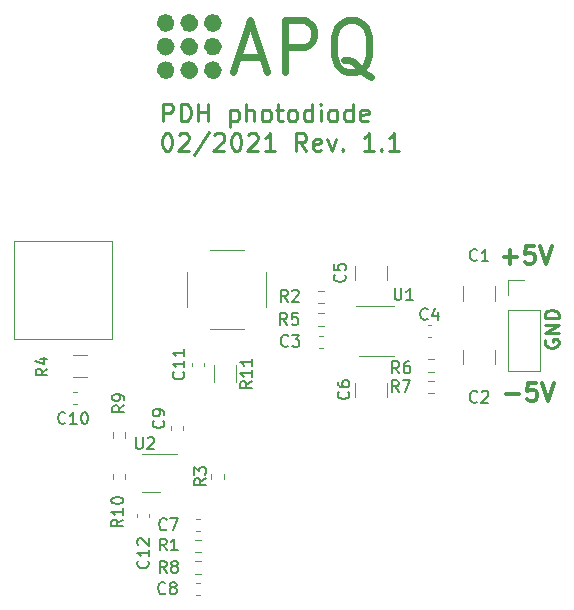
<source format=gbr>
G04 #@! TF.GenerationSoftware,KiCad,Pcbnew,(5.1.9)-1*
G04 #@! TF.CreationDate,2021-08-22T23:17:26+02:00*
G04 #@! TF.ProjectId,PDH_photodiode,5044485f-7068-46f7-946f-64696f64652e,1.1*
G04 #@! TF.SameCoordinates,Original*
G04 #@! TF.FileFunction,Legend,Top*
G04 #@! TF.FilePolarity,Positive*
%FSLAX45Y45*%
G04 Gerber Fmt 4.5, Leading zero omitted, Abs format (unit mm)*
G04 Created by KiCad (PCBNEW (5.1.9)-1) date 2021-08-22 23:17:26*
%MOMM*%
%LPD*%
G01*
G04 APERTURE LIST*
%ADD10C,0.250000*%
%ADD11C,0.300000*%
%ADD12C,0.120000*%
%ADD13C,1.000000*%
%ADD14C,0.150000*%
%ADD15C,0.600000*%
G04 APERTURE END LIST*
D10*
X15305000Y-6796428D02*
X15299286Y-6807857D01*
X15299286Y-6825000D01*
X15305000Y-6842143D01*
X15316428Y-6853571D01*
X15327857Y-6859286D01*
X15350714Y-6865000D01*
X15367857Y-6865000D01*
X15390714Y-6859286D01*
X15402143Y-6853571D01*
X15413571Y-6842143D01*
X15419286Y-6825000D01*
X15419286Y-6813571D01*
X15413571Y-6796428D01*
X15407857Y-6790714D01*
X15367857Y-6790714D01*
X15367857Y-6813571D01*
X15419286Y-6739286D02*
X15299286Y-6739286D01*
X15419286Y-6670714D01*
X15299286Y-6670714D01*
X15419286Y-6613571D02*
X15299286Y-6613571D01*
X15299286Y-6585000D01*
X15305000Y-6567857D01*
X15316428Y-6556428D01*
X15327857Y-6550714D01*
X15350714Y-6545000D01*
X15367857Y-6545000D01*
X15390714Y-6550714D01*
X15402143Y-6556428D01*
X15413571Y-6567857D01*
X15419286Y-6585000D01*
X15419286Y-6613571D01*
D11*
X14972143Y-7255714D02*
X15086428Y-7255714D01*
X15229286Y-7162857D02*
X15157857Y-7162857D01*
X15150714Y-7234286D01*
X15157857Y-7227143D01*
X15172143Y-7220000D01*
X15207857Y-7220000D01*
X15222143Y-7227143D01*
X15229286Y-7234286D01*
X15236428Y-7248571D01*
X15236428Y-7284286D01*
X15229286Y-7298571D01*
X15222143Y-7305714D01*
X15207857Y-7312857D01*
X15172143Y-7312857D01*
X15157857Y-7305714D01*
X15150714Y-7298571D01*
X15279286Y-7162857D02*
X15329286Y-7312857D01*
X15379286Y-7162857D01*
X14952143Y-6095714D02*
X15066428Y-6095714D01*
X15009286Y-6152857D02*
X15009286Y-6038571D01*
X15209286Y-6002857D02*
X15137857Y-6002857D01*
X15130714Y-6074286D01*
X15137857Y-6067143D01*
X15152143Y-6060000D01*
X15187857Y-6060000D01*
X15202143Y-6067143D01*
X15209286Y-6074286D01*
X15216428Y-6088571D01*
X15216428Y-6124286D01*
X15209286Y-6138571D01*
X15202143Y-6145714D01*
X15187857Y-6152857D01*
X15152143Y-6152857D01*
X15137857Y-6145714D01*
X15130714Y-6138571D01*
X15259286Y-6002857D02*
X15309286Y-6152857D01*
X15359286Y-6002857D01*
D10*
X12066964Y-4947857D02*
X12066964Y-4797857D01*
X12124107Y-4797857D01*
X12138393Y-4805000D01*
X12145536Y-4812143D01*
X12152678Y-4826429D01*
X12152678Y-4847857D01*
X12145536Y-4862143D01*
X12138393Y-4869286D01*
X12124107Y-4876429D01*
X12066964Y-4876429D01*
X12216964Y-4947857D02*
X12216964Y-4797857D01*
X12252678Y-4797857D01*
X12274107Y-4805000D01*
X12288393Y-4819286D01*
X12295536Y-4833571D01*
X12302678Y-4862143D01*
X12302678Y-4883571D01*
X12295536Y-4912143D01*
X12288393Y-4926429D01*
X12274107Y-4940714D01*
X12252678Y-4947857D01*
X12216964Y-4947857D01*
X12366964Y-4947857D02*
X12366964Y-4797857D01*
X12366964Y-4869286D02*
X12452678Y-4869286D01*
X12452678Y-4947857D02*
X12452678Y-4797857D01*
X12638393Y-4847857D02*
X12638393Y-4997857D01*
X12638393Y-4855000D02*
X12652678Y-4847857D01*
X12681250Y-4847857D01*
X12695536Y-4855000D01*
X12702678Y-4862143D01*
X12709821Y-4876429D01*
X12709821Y-4919286D01*
X12702678Y-4933571D01*
X12695536Y-4940714D01*
X12681250Y-4947857D01*
X12652678Y-4947857D01*
X12638393Y-4940714D01*
X12774107Y-4947857D02*
X12774107Y-4797857D01*
X12838393Y-4947857D02*
X12838393Y-4869286D01*
X12831250Y-4855000D01*
X12816964Y-4847857D01*
X12795536Y-4847857D01*
X12781250Y-4855000D01*
X12774107Y-4862143D01*
X12931250Y-4947857D02*
X12916964Y-4940714D01*
X12909821Y-4933571D01*
X12902678Y-4919286D01*
X12902678Y-4876429D01*
X12909821Y-4862143D01*
X12916964Y-4855000D01*
X12931250Y-4847857D01*
X12952678Y-4847857D01*
X12966964Y-4855000D01*
X12974107Y-4862143D01*
X12981250Y-4876429D01*
X12981250Y-4919286D01*
X12974107Y-4933571D01*
X12966964Y-4940714D01*
X12952678Y-4947857D01*
X12931250Y-4947857D01*
X13024107Y-4847857D02*
X13081250Y-4847857D01*
X13045536Y-4797857D02*
X13045536Y-4926429D01*
X13052678Y-4940714D01*
X13066964Y-4947857D01*
X13081250Y-4947857D01*
X13152678Y-4947857D02*
X13138393Y-4940714D01*
X13131250Y-4933571D01*
X13124107Y-4919286D01*
X13124107Y-4876429D01*
X13131250Y-4862143D01*
X13138393Y-4855000D01*
X13152678Y-4847857D01*
X13174107Y-4847857D01*
X13188393Y-4855000D01*
X13195536Y-4862143D01*
X13202678Y-4876429D01*
X13202678Y-4919286D01*
X13195536Y-4933571D01*
X13188393Y-4940714D01*
X13174107Y-4947857D01*
X13152678Y-4947857D01*
X13331250Y-4947857D02*
X13331250Y-4797857D01*
X13331250Y-4940714D02*
X13316964Y-4947857D01*
X13288393Y-4947857D01*
X13274107Y-4940714D01*
X13266964Y-4933571D01*
X13259821Y-4919286D01*
X13259821Y-4876429D01*
X13266964Y-4862143D01*
X13274107Y-4855000D01*
X13288393Y-4847857D01*
X13316964Y-4847857D01*
X13331250Y-4855000D01*
X13402678Y-4947857D02*
X13402678Y-4847857D01*
X13402678Y-4797857D02*
X13395536Y-4805000D01*
X13402678Y-4812143D01*
X13409821Y-4805000D01*
X13402678Y-4797857D01*
X13402678Y-4812143D01*
X13495536Y-4947857D02*
X13481250Y-4940714D01*
X13474107Y-4933571D01*
X13466964Y-4919286D01*
X13466964Y-4876429D01*
X13474107Y-4862143D01*
X13481250Y-4855000D01*
X13495536Y-4847857D01*
X13516964Y-4847857D01*
X13531250Y-4855000D01*
X13538393Y-4862143D01*
X13545536Y-4876429D01*
X13545536Y-4919286D01*
X13538393Y-4933571D01*
X13531250Y-4940714D01*
X13516964Y-4947857D01*
X13495536Y-4947857D01*
X13674107Y-4947857D02*
X13674107Y-4797857D01*
X13674107Y-4940714D02*
X13659821Y-4947857D01*
X13631250Y-4947857D01*
X13616964Y-4940714D01*
X13609821Y-4933571D01*
X13602678Y-4919286D01*
X13602678Y-4876429D01*
X13609821Y-4862143D01*
X13616964Y-4855000D01*
X13631250Y-4847857D01*
X13659821Y-4847857D01*
X13674107Y-4855000D01*
X13802678Y-4940714D02*
X13788393Y-4947857D01*
X13759821Y-4947857D01*
X13745536Y-4940714D01*
X13738393Y-4926429D01*
X13738393Y-4869286D01*
X13745536Y-4855000D01*
X13759821Y-4847857D01*
X13788393Y-4847857D01*
X13802678Y-4855000D01*
X13809821Y-4869286D01*
X13809821Y-4883571D01*
X13738393Y-4897857D01*
X12095536Y-5047857D02*
X12109821Y-5047857D01*
X12124107Y-5055000D01*
X12131250Y-5062143D01*
X12138393Y-5076429D01*
X12145536Y-5105000D01*
X12145536Y-5140714D01*
X12138393Y-5169286D01*
X12131250Y-5183571D01*
X12124107Y-5190714D01*
X12109821Y-5197857D01*
X12095536Y-5197857D01*
X12081250Y-5190714D01*
X12074107Y-5183571D01*
X12066964Y-5169286D01*
X12059821Y-5140714D01*
X12059821Y-5105000D01*
X12066964Y-5076429D01*
X12074107Y-5062143D01*
X12081250Y-5055000D01*
X12095536Y-5047857D01*
X12202678Y-5062143D02*
X12209821Y-5055000D01*
X12224107Y-5047857D01*
X12259821Y-5047857D01*
X12274107Y-5055000D01*
X12281250Y-5062143D01*
X12288393Y-5076429D01*
X12288393Y-5090714D01*
X12281250Y-5112143D01*
X12195536Y-5197857D01*
X12288393Y-5197857D01*
X12459821Y-5040714D02*
X12331250Y-5233571D01*
X12502678Y-5062143D02*
X12509821Y-5055000D01*
X12524107Y-5047857D01*
X12559821Y-5047857D01*
X12574107Y-5055000D01*
X12581250Y-5062143D01*
X12588393Y-5076429D01*
X12588393Y-5090714D01*
X12581250Y-5112143D01*
X12495536Y-5197857D01*
X12588393Y-5197857D01*
X12681250Y-5047857D02*
X12695536Y-5047857D01*
X12709821Y-5055000D01*
X12716964Y-5062143D01*
X12724107Y-5076429D01*
X12731250Y-5105000D01*
X12731250Y-5140714D01*
X12724107Y-5169286D01*
X12716964Y-5183571D01*
X12709821Y-5190714D01*
X12695536Y-5197857D01*
X12681250Y-5197857D01*
X12666964Y-5190714D01*
X12659821Y-5183571D01*
X12652678Y-5169286D01*
X12645536Y-5140714D01*
X12645536Y-5105000D01*
X12652678Y-5076429D01*
X12659821Y-5062143D01*
X12666964Y-5055000D01*
X12681250Y-5047857D01*
X12788393Y-5062143D02*
X12795536Y-5055000D01*
X12809821Y-5047857D01*
X12845536Y-5047857D01*
X12859821Y-5055000D01*
X12866964Y-5062143D01*
X12874107Y-5076429D01*
X12874107Y-5090714D01*
X12866964Y-5112143D01*
X12781250Y-5197857D01*
X12874107Y-5197857D01*
X13016964Y-5197857D02*
X12931250Y-5197857D01*
X12974107Y-5197857D02*
X12974107Y-5047857D01*
X12959821Y-5069286D01*
X12945536Y-5083571D01*
X12931250Y-5090714D01*
X13281250Y-5197857D02*
X13231250Y-5126429D01*
X13195536Y-5197857D02*
X13195536Y-5047857D01*
X13252678Y-5047857D01*
X13266964Y-5055000D01*
X13274107Y-5062143D01*
X13281250Y-5076429D01*
X13281250Y-5097857D01*
X13274107Y-5112143D01*
X13266964Y-5119286D01*
X13252678Y-5126429D01*
X13195536Y-5126429D01*
X13402678Y-5190714D02*
X13388393Y-5197857D01*
X13359821Y-5197857D01*
X13345536Y-5190714D01*
X13338393Y-5176429D01*
X13338393Y-5119286D01*
X13345536Y-5105000D01*
X13359821Y-5097857D01*
X13388393Y-5097857D01*
X13402678Y-5105000D01*
X13409821Y-5119286D01*
X13409821Y-5133571D01*
X13338393Y-5147857D01*
X13459821Y-5097857D02*
X13495536Y-5197857D01*
X13531250Y-5097857D01*
X13588393Y-5183571D02*
X13595536Y-5190714D01*
X13588393Y-5197857D01*
X13581250Y-5190714D01*
X13588393Y-5183571D01*
X13588393Y-5197857D01*
X13852678Y-5197857D02*
X13766964Y-5197857D01*
X13809821Y-5197857D02*
X13809821Y-5047857D01*
X13795536Y-5069286D01*
X13781250Y-5083571D01*
X13766964Y-5090714D01*
X13916964Y-5183571D02*
X13924107Y-5190714D01*
X13916964Y-5197857D01*
X13909821Y-5190714D01*
X13916964Y-5183571D01*
X13916964Y-5197857D01*
X14066964Y-5197857D02*
X13981250Y-5197857D01*
X14024107Y-5197857D02*
X14024107Y-5047857D01*
X14009821Y-5069286D01*
X13995536Y-5083571D01*
X13981250Y-5090714D01*
D12*
X13725000Y-6936000D02*
X14025000Y-6936000D01*
X13700000Y-6514000D02*
X14025000Y-6514000D01*
X14308722Y-6674000D02*
X14341278Y-6674000D01*
X14308722Y-6776000D02*
X14341278Y-6776000D01*
X14881000Y-6884794D02*
X14881000Y-7005206D01*
X14609000Y-6884794D02*
X14609000Y-7005206D01*
X14609000Y-6344794D02*
X14609000Y-6465206D01*
X14881000Y-6344794D02*
X14881000Y-6465206D01*
X13388722Y-6866000D02*
X13421278Y-6866000D01*
X13388722Y-6764000D02*
X13421278Y-6764000D01*
X13694000Y-6290206D02*
X13694000Y-6169794D01*
X13966000Y-6290206D02*
X13966000Y-6169794D01*
X13966000Y-7280206D02*
X13966000Y-7159794D01*
X13694000Y-7280206D02*
X13694000Y-7159794D01*
X12348722Y-8956000D02*
X12381278Y-8956000D01*
X12348722Y-8854000D02*
X12381278Y-8854000D01*
X12134000Y-7528722D02*
X12134000Y-7561278D01*
X12236000Y-7528722D02*
X12236000Y-7561278D01*
X11849000Y-8301278D02*
X11849000Y-8268722D01*
X11951000Y-8301278D02*
X11951000Y-8268722D01*
X14992000Y-6288000D02*
X15125000Y-6288000D01*
X14992000Y-6421000D02*
X14992000Y-6288000D01*
X14992000Y-6548000D02*
X15258000Y-6548000D01*
X15258000Y-6548000D02*
X15258000Y-7062000D01*
X14992000Y-6548000D02*
X14992000Y-7062000D01*
X14992000Y-7062000D02*
X15258000Y-7062000D01*
D13*
X12515400Y-4115000D02*
G75*
G03*
X12515400Y-4115000I-25400J0D01*
G01*
X12115400Y-4115000D02*
G75*
G03*
X12115400Y-4115000I-25400J0D01*
G01*
X12315400Y-4115000D02*
G75*
G03*
X12315400Y-4115000I-25400J0D01*
G01*
X12115400Y-4315000D02*
G75*
G03*
X12115400Y-4315000I-25400J0D01*
G01*
X12315400Y-4315000D02*
G75*
G03*
X12315400Y-4315000I-25400J0D01*
G01*
X12515400Y-4315000D02*
G75*
G03*
X12515400Y-4315000I-25400J0D01*
G01*
X12515400Y-4515000D02*
G75*
G03*
X12515400Y-4515000I-25400J0D01*
G01*
X12315400Y-4515000D02*
G75*
G03*
X12315400Y-4515000I-25400J0D01*
G01*
X12115400Y-4515000D02*
G75*
G03*
X12115400Y-4515000I-25400J0D01*
G01*
D12*
X11307294Y-7111000D02*
X11427706Y-7111000D01*
X11307294Y-6929000D02*
X11427706Y-6929000D01*
X11308442Y-7341000D02*
X11336558Y-7341000D01*
X11308442Y-7239000D02*
X11336558Y-7239000D01*
X12416000Y-6993442D02*
X12416000Y-7021558D01*
X12314000Y-6993442D02*
X12314000Y-7021558D01*
X12341274Y-8492750D02*
X12388726Y-8492750D01*
X12341274Y-8597250D02*
X12388726Y-8597250D01*
X13428726Y-6487250D02*
X13381274Y-6487250D01*
X13428726Y-6382750D02*
X13381274Y-6382750D01*
X13428726Y-6572750D02*
X13381274Y-6572750D01*
X13428726Y-6677250D02*
X13381274Y-6677250D01*
X14358726Y-6962750D02*
X14311274Y-6962750D01*
X14358726Y-7067250D02*
X14311274Y-7067250D01*
X14358726Y-7247250D02*
X14311274Y-7247250D01*
X14358726Y-7142750D02*
X14311274Y-7142750D01*
X12388726Y-8672750D02*
X12341274Y-8672750D01*
X12388726Y-8777250D02*
X12341274Y-8777250D01*
X11642750Y-7581274D02*
X11642750Y-7628726D01*
X11747250Y-7581274D02*
X11747250Y-7628726D01*
X11747250Y-7931274D02*
X11747250Y-7978726D01*
X11642750Y-7931274D02*
X11642750Y-7978726D01*
X12504000Y-7012294D02*
X12504000Y-7157706D01*
X12686000Y-7012294D02*
X12686000Y-7157706D01*
X12190000Y-7764000D02*
X11890000Y-7764000D01*
X12040000Y-8086000D02*
X11890000Y-8086000D01*
X10810000Y-6790000D02*
X10810000Y-5960000D01*
X11640000Y-6790000D02*
X11640000Y-5960000D01*
X10810000Y-5960000D02*
X11640000Y-5960000D01*
X10810000Y-6790000D02*
X11640000Y-6790000D01*
X12943000Y-6517500D02*
X12943000Y-6227500D01*
X12272000Y-6517500D02*
X12272000Y-6227500D01*
X12752500Y-6037000D02*
X12462500Y-6037000D01*
X12752500Y-6708000D02*
X12462500Y-6708000D01*
X12379058Y-8416000D02*
X12350942Y-8416000D01*
X12379058Y-8314000D02*
X12350942Y-8314000D01*
X12582250Y-7978726D02*
X12582250Y-7931274D01*
X12477750Y-7978726D02*
X12477750Y-7931274D01*
D14*
X14028809Y-6360238D02*
X14028809Y-6441190D01*
X14033571Y-6450714D01*
X14038333Y-6455476D01*
X14047857Y-6460238D01*
X14066905Y-6460238D01*
X14076428Y-6455476D01*
X14081190Y-6450714D01*
X14085952Y-6441190D01*
X14085952Y-6360238D01*
X14185952Y-6460238D02*
X14128809Y-6460238D01*
X14157381Y-6460238D02*
X14157381Y-6360238D01*
X14147857Y-6374524D01*
X14138333Y-6384048D01*
X14128809Y-6388809D01*
X14308333Y-6620714D02*
X14303571Y-6625476D01*
X14289286Y-6630238D01*
X14279762Y-6630238D01*
X14265476Y-6625476D01*
X14255952Y-6615952D01*
X14251190Y-6606428D01*
X14246428Y-6587381D01*
X14246428Y-6573095D01*
X14251190Y-6554048D01*
X14255952Y-6544524D01*
X14265476Y-6535000D01*
X14279762Y-6530238D01*
X14289286Y-6530238D01*
X14303571Y-6535000D01*
X14308333Y-6539762D01*
X14394048Y-6563571D02*
X14394048Y-6630238D01*
X14370238Y-6525476D02*
X14346428Y-6596905D01*
X14408333Y-6596905D01*
X14728333Y-7320714D02*
X14723571Y-7325476D01*
X14709286Y-7330238D01*
X14699762Y-7330238D01*
X14685476Y-7325476D01*
X14675952Y-7315952D01*
X14671190Y-7306428D01*
X14666428Y-7287381D01*
X14666428Y-7273095D01*
X14671190Y-7254048D01*
X14675952Y-7244524D01*
X14685476Y-7235000D01*
X14699762Y-7230238D01*
X14709286Y-7230238D01*
X14723571Y-7235000D01*
X14728333Y-7239762D01*
X14766428Y-7239762D02*
X14771190Y-7235000D01*
X14780714Y-7230238D01*
X14804524Y-7230238D01*
X14814048Y-7235000D01*
X14818809Y-7239762D01*
X14823571Y-7249286D01*
X14823571Y-7258809D01*
X14818809Y-7273095D01*
X14761667Y-7330238D01*
X14823571Y-7330238D01*
X14728333Y-6120714D02*
X14723571Y-6125476D01*
X14709286Y-6130238D01*
X14699762Y-6130238D01*
X14685476Y-6125476D01*
X14675952Y-6115952D01*
X14671190Y-6106428D01*
X14666428Y-6087381D01*
X14666428Y-6073095D01*
X14671190Y-6054048D01*
X14675952Y-6044524D01*
X14685476Y-6035000D01*
X14699762Y-6030238D01*
X14709286Y-6030238D01*
X14723571Y-6035000D01*
X14728333Y-6039762D01*
X14823571Y-6130238D02*
X14766428Y-6130238D01*
X14795000Y-6130238D02*
X14795000Y-6030238D01*
X14785476Y-6044524D01*
X14775952Y-6054048D01*
X14766428Y-6058809D01*
X13128333Y-6845714D02*
X13123571Y-6850476D01*
X13109286Y-6855238D01*
X13099762Y-6855238D01*
X13085476Y-6850476D01*
X13075952Y-6840952D01*
X13071190Y-6831428D01*
X13066428Y-6812381D01*
X13066428Y-6798095D01*
X13071190Y-6779048D01*
X13075952Y-6769524D01*
X13085476Y-6760000D01*
X13099762Y-6755238D01*
X13109286Y-6755238D01*
X13123571Y-6760000D01*
X13128333Y-6764762D01*
X13161667Y-6755238D02*
X13223571Y-6755238D01*
X13190238Y-6793333D01*
X13204524Y-6793333D01*
X13214048Y-6798095D01*
X13218809Y-6802857D01*
X13223571Y-6812381D01*
X13223571Y-6836190D01*
X13218809Y-6845714D01*
X13214048Y-6850476D01*
X13204524Y-6855238D01*
X13175952Y-6855238D01*
X13166428Y-6850476D01*
X13161667Y-6845714D01*
X13605714Y-6246667D02*
X13610476Y-6251428D01*
X13615238Y-6265714D01*
X13615238Y-6275238D01*
X13610476Y-6289524D01*
X13600952Y-6299048D01*
X13591428Y-6303809D01*
X13572381Y-6308571D01*
X13558095Y-6308571D01*
X13539048Y-6303809D01*
X13529524Y-6299048D01*
X13520000Y-6289524D01*
X13515238Y-6275238D01*
X13515238Y-6265714D01*
X13520000Y-6251428D01*
X13524762Y-6246667D01*
X13515238Y-6156190D02*
X13515238Y-6203809D01*
X13562857Y-6208571D01*
X13558095Y-6203809D01*
X13553333Y-6194286D01*
X13553333Y-6170476D01*
X13558095Y-6160952D01*
X13562857Y-6156190D01*
X13572381Y-6151428D01*
X13596190Y-6151428D01*
X13605714Y-6156190D01*
X13610476Y-6160952D01*
X13615238Y-6170476D01*
X13615238Y-6194286D01*
X13610476Y-6203809D01*
X13605714Y-6208571D01*
X13637714Y-7236667D02*
X13642476Y-7241428D01*
X13647238Y-7255714D01*
X13647238Y-7265238D01*
X13642476Y-7279524D01*
X13632952Y-7289048D01*
X13623428Y-7293809D01*
X13604381Y-7298571D01*
X13590095Y-7298571D01*
X13571048Y-7293809D01*
X13561524Y-7289048D01*
X13552000Y-7279524D01*
X13547238Y-7265238D01*
X13547238Y-7255714D01*
X13552000Y-7241428D01*
X13556762Y-7236667D01*
X13547238Y-7150952D02*
X13547238Y-7170000D01*
X13552000Y-7179524D01*
X13556762Y-7184286D01*
X13571048Y-7193809D01*
X13590095Y-7198571D01*
X13628190Y-7198571D01*
X13637714Y-7193809D01*
X13642476Y-7189048D01*
X13647238Y-7179524D01*
X13647238Y-7160476D01*
X13642476Y-7150952D01*
X13637714Y-7146190D01*
X13628190Y-7141428D01*
X13604381Y-7141428D01*
X13594857Y-7146190D01*
X13590095Y-7150952D01*
X13585333Y-7160476D01*
X13585333Y-7179524D01*
X13590095Y-7189048D01*
X13594857Y-7193809D01*
X13604381Y-7198571D01*
X12088333Y-8940714D02*
X12083571Y-8945476D01*
X12069286Y-8950238D01*
X12059762Y-8950238D01*
X12045476Y-8945476D01*
X12035952Y-8935952D01*
X12031190Y-8926429D01*
X12026428Y-8907381D01*
X12026428Y-8893095D01*
X12031190Y-8874048D01*
X12035952Y-8864524D01*
X12045476Y-8855000D01*
X12059762Y-8850238D01*
X12069286Y-8850238D01*
X12083571Y-8855000D01*
X12088333Y-8859762D01*
X12145476Y-8893095D02*
X12135952Y-8888333D01*
X12131190Y-8883571D01*
X12126428Y-8874048D01*
X12126428Y-8869286D01*
X12131190Y-8859762D01*
X12135952Y-8855000D01*
X12145476Y-8850238D01*
X12164524Y-8850238D01*
X12174048Y-8855000D01*
X12178809Y-8859762D01*
X12183571Y-8869286D01*
X12183571Y-8874048D01*
X12178809Y-8883571D01*
X12174048Y-8888333D01*
X12164524Y-8893095D01*
X12145476Y-8893095D01*
X12135952Y-8897857D01*
X12131190Y-8902619D01*
X12126428Y-8912143D01*
X12126428Y-8931190D01*
X12131190Y-8940714D01*
X12135952Y-8945476D01*
X12145476Y-8950238D01*
X12164524Y-8950238D01*
X12174048Y-8945476D01*
X12178809Y-8940714D01*
X12183571Y-8931190D01*
X12183571Y-8912143D01*
X12178809Y-8902619D01*
X12174048Y-8897857D01*
X12164524Y-8893095D01*
X12070714Y-7481667D02*
X12075476Y-7486428D01*
X12080238Y-7500714D01*
X12080238Y-7510238D01*
X12075476Y-7524524D01*
X12065952Y-7534048D01*
X12056428Y-7538809D01*
X12037381Y-7543571D01*
X12023095Y-7543571D01*
X12004048Y-7538809D01*
X11994524Y-7534048D01*
X11985000Y-7524524D01*
X11980238Y-7510238D01*
X11980238Y-7500714D01*
X11985000Y-7486428D01*
X11989762Y-7481667D01*
X12080238Y-7434048D02*
X12080238Y-7415000D01*
X12075476Y-7405476D01*
X12070714Y-7400714D01*
X12056428Y-7391190D01*
X12037381Y-7386428D01*
X11999286Y-7386428D01*
X11989762Y-7391190D01*
X11985000Y-7395952D01*
X11980238Y-7405476D01*
X11980238Y-7424524D01*
X11985000Y-7434048D01*
X11989762Y-7438809D01*
X11999286Y-7443571D01*
X12023095Y-7443571D01*
X12032619Y-7438809D01*
X12037381Y-7434048D01*
X12042143Y-7424524D01*
X12042143Y-7405476D01*
X12037381Y-7395952D01*
X12032619Y-7391190D01*
X12023095Y-7386428D01*
X11940714Y-8669286D02*
X11945476Y-8674048D01*
X11950238Y-8688333D01*
X11950238Y-8697857D01*
X11945476Y-8712143D01*
X11935952Y-8721667D01*
X11926428Y-8726429D01*
X11907381Y-8731190D01*
X11893095Y-8731190D01*
X11874048Y-8726429D01*
X11864524Y-8721667D01*
X11855000Y-8712143D01*
X11850238Y-8697857D01*
X11850238Y-8688333D01*
X11855000Y-8674048D01*
X11859762Y-8669286D01*
X11950238Y-8574048D02*
X11950238Y-8631190D01*
X11950238Y-8602619D02*
X11850238Y-8602619D01*
X11864524Y-8612143D01*
X11874048Y-8621667D01*
X11878809Y-8631190D01*
X11859762Y-8535952D02*
X11855000Y-8531190D01*
X11850238Y-8521667D01*
X11850238Y-8497857D01*
X11855000Y-8488333D01*
X11859762Y-8483571D01*
X11869286Y-8478810D01*
X11878809Y-8478810D01*
X11893095Y-8483571D01*
X11950238Y-8540714D01*
X11950238Y-8478810D01*
D15*
X12700762Y-4404333D02*
X12910286Y-4404333D01*
X12658857Y-4530048D02*
X12805524Y-4090048D01*
X12952190Y-4530048D01*
X13098857Y-4530048D02*
X13098857Y-4090048D01*
X13266476Y-4090048D01*
X13308381Y-4111000D01*
X13329333Y-4131952D01*
X13350286Y-4173857D01*
X13350286Y-4236714D01*
X13329333Y-4278619D01*
X13308381Y-4299571D01*
X13266476Y-4320524D01*
X13098857Y-4320524D01*
X13832190Y-4571952D02*
X13790286Y-4551000D01*
X13748381Y-4509095D01*
X13685524Y-4446238D01*
X13643619Y-4425286D01*
X13601714Y-4425286D01*
X13622667Y-4530048D02*
X13580762Y-4509095D01*
X13538857Y-4467190D01*
X13517905Y-4383381D01*
X13517905Y-4236714D01*
X13538857Y-4152905D01*
X13580762Y-4111000D01*
X13622667Y-4090048D01*
X13706476Y-4090048D01*
X13748381Y-4111000D01*
X13790286Y-4152905D01*
X13811238Y-4236714D01*
X13811238Y-4383381D01*
X13790286Y-4467190D01*
X13748381Y-4509095D01*
X13706476Y-4530048D01*
X13622667Y-4530048D01*
D14*
X11090238Y-7041667D02*
X11042619Y-7075000D01*
X11090238Y-7098809D02*
X10990238Y-7098809D01*
X10990238Y-7060714D01*
X10995000Y-7051190D01*
X10999762Y-7046428D01*
X11009286Y-7041667D01*
X11023571Y-7041667D01*
X11033095Y-7046428D01*
X11037857Y-7051190D01*
X11042619Y-7060714D01*
X11042619Y-7098809D01*
X11023571Y-6955952D02*
X11090238Y-6955952D01*
X10985476Y-6979762D02*
X11056905Y-7003571D01*
X11056905Y-6941667D01*
X11240714Y-7500714D02*
X11235952Y-7505476D01*
X11221667Y-7510238D01*
X11212143Y-7510238D01*
X11197857Y-7505476D01*
X11188333Y-7495952D01*
X11183571Y-7486428D01*
X11178810Y-7467381D01*
X11178810Y-7453095D01*
X11183571Y-7434048D01*
X11188333Y-7424524D01*
X11197857Y-7415000D01*
X11212143Y-7410238D01*
X11221667Y-7410238D01*
X11235952Y-7415000D01*
X11240714Y-7419762D01*
X11335952Y-7510238D02*
X11278809Y-7510238D01*
X11307381Y-7510238D02*
X11307381Y-7410238D01*
X11297857Y-7424524D01*
X11288333Y-7434048D01*
X11278809Y-7438809D01*
X11397857Y-7410238D02*
X11407381Y-7410238D01*
X11416905Y-7415000D01*
X11421667Y-7419762D01*
X11426428Y-7429286D01*
X11431190Y-7448333D01*
X11431190Y-7472143D01*
X11426428Y-7491190D01*
X11421667Y-7500714D01*
X11416905Y-7505476D01*
X11407381Y-7510238D01*
X11397857Y-7510238D01*
X11388333Y-7505476D01*
X11383571Y-7500714D01*
X11378809Y-7491190D01*
X11374048Y-7472143D01*
X11374048Y-7448333D01*
X11378809Y-7429286D01*
X11383571Y-7419762D01*
X11388333Y-7415000D01*
X11397857Y-7410238D01*
X12240714Y-7069286D02*
X12245476Y-7074048D01*
X12250238Y-7088333D01*
X12250238Y-7097857D01*
X12245476Y-7112143D01*
X12235952Y-7121667D01*
X12226428Y-7126428D01*
X12207381Y-7131190D01*
X12193095Y-7131190D01*
X12174048Y-7126428D01*
X12164524Y-7121667D01*
X12155000Y-7112143D01*
X12150238Y-7097857D01*
X12150238Y-7088333D01*
X12155000Y-7074048D01*
X12159762Y-7069286D01*
X12250238Y-6974048D02*
X12250238Y-7031190D01*
X12250238Y-7002619D02*
X12150238Y-7002619D01*
X12164524Y-7012143D01*
X12174048Y-7021667D01*
X12178809Y-7031190D01*
X12250238Y-6878809D02*
X12250238Y-6935952D01*
X12250238Y-6907381D02*
X12150238Y-6907381D01*
X12164524Y-6916905D01*
X12174048Y-6926428D01*
X12178809Y-6935952D01*
X12098333Y-8580238D02*
X12065000Y-8532619D01*
X12041190Y-8580238D02*
X12041190Y-8480238D01*
X12079286Y-8480238D01*
X12088809Y-8485000D01*
X12093571Y-8489762D01*
X12098333Y-8499286D01*
X12098333Y-8513571D01*
X12093571Y-8523095D01*
X12088809Y-8527857D01*
X12079286Y-8532619D01*
X12041190Y-8532619D01*
X12193571Y-8580238D02*
X12136428Y-8580238D01*
X12165000Y-8580238D02*
X12165000Y-8480238D01*
X12155476Y-8494524D01*
X12145952Y-8504048D01*
X12136428Y-8508810D01*
X13123333Y-6475238D02*
X13090000Y-6427619D01*
X13066190Y-6475238D02*
X13066190Y-6375238D01*
X13104286Y-6375238D01*
X13113809Y-6380000D01*
X13118571Y-6384762D01*
X13123333Y-6394286D01*
X13123333Y-6408571D01*
X13118571Y-6418095D01*
X13113809Y-6422857D01*
X13104286Y-6427619D01*
X13066190Y-6427619D01*
X13161428Y-6384762D02*
X13166190Y-6380000D01*
X13175714Y-6375238D01*
X13199524Y-6375238D01*
X13209048Y-6380000D01*
X13213809Y-6384762D01*
X13218571Y-6394286D01*
X13218571Y-6403809D01*
X13213809Y-6418095D01*
X13156667Y-6475238D01*
X13218571Y-6475238D01*
X13118333Y-6670238D02*
X13085000Y-6622619D01*
X13061190Y-6670238D02*
X13061190Y-6570238D01*
X13099286Y-6570238D01*
X13108809Y-6575000D01*
X13113571Y-6579762D01*
X13118333Y-6589286D01*
X13118333Y-6603571D01*
X13113571Y-6613095D01*
X13108809Y-6617857D01*
X13099286Y-6622619D01*
X13061190Y-6622619D01*
X13208809Y-6570238D02*
X13161190Y-6570238D01*
X13156428Y-6617857D01*
X13161190Y-6613095D01*
X13170714Y-6608333D01*
X13194524Y-6608333D01*
X13204048Y-6613095D01*
X13208809Y-6617857D01*
X13213571Y-6627381D01*
X13213571Y-6651190D01*
X13208809Y-6660714D01*
X13204048Y-6665476D01*
X13194524Y-6670238D01*
X13170714Y-6670238D01*
X13161190Y-6665476D01*
X13156428Y-6660714D01*
X14068333Y-7080238D02*
X14035000Y-7032619D01*
X14011190Y-7080238D02*
X14011190Y-6980238D01*
X14049286Y-6980238D01*
X14058809Y-6985000D01*
X14063571Y-6989762D01*
X14068333Y-6999286D01*
X14068333Y-7013571D01*
X14063571Y-7023095D01*
X14058809Y-7027857D01*
X14049286Y-7032619D01*
X14011190Y-7032619D01*
X14154048Y-6980238D02*
X14135000Y-6980238D01*
X14125476Y-6985000D01*
X14120714Y-6989762D01*
X14111190Y-7004048D01*
X14106428Y-7023095D01*
X14106428Y-7061190D01*
X14111190Y-7070714D01*
X14115952Y-7075476D01*
X14125476Y-7080238D01*
X14144524Y-7080238D01*
X14154048Y-7075476D01*
X14158809Y-7070714D01*
X14163571Y-7061190D01*
X14163571Y-7037381D01*
X14158809Y-7027857D01*
X14154048Y-7023095D01*
X14144524Y-7018333D01*
X14125476Y-7018333D01*
X14115952Y-7023095D01*
X14111190Y-7027857D01*
X14106428Y-7037381D01*
X14063333Y-7240238D02*
X14030000Y-7192619D01*
X14006190Y-7240238D02*
X14006190Y-7140238D01*
X14044286Y-7140238D01*
X14053809Y-7145000D01*
X14058571Y-7149762D01*
X14063333Y-7159286D01*
X14063333Y-7173571D01*
X14058571Y-7183095D01*
X14053809Y-7187857D01*
X14044286Y-7192619D01*
X14006190Y-7192619D01*
X14096667Y-7140238D02*
X14163333Y-7140238D01*
X14120476Y-7240238D01*
X12098333Y-8770238D02*
X12065000Y-8722619D01*
X12041190Y-8770238D02*
X12041190Y-8670238D01*
X12079286Y-8670238D01*
X12088809Y-8675000D01*
X12093571Y-8679762D01*
X12098333Y-8689286D01*
X12098333Y-8703571D01*
X12093571Y-8713095D01*
X12088809Y-8717857D01*
X12079286Y-8722619D01*
X12041190Y-8722619D01*
X12155476Y-8713095D02*
X12145952Y-8708333D01*
X12141190Y-8703571D01*
X12136428Y-8694048D01*
X12136428Y-8689286D01*
X12141190Y-8679762D01*
X12145952Y-8675000D01*
X12155476Y-8670238D01*
X12174524Y-8670238D01*
X12184048Y-8675000D01*
X12188809Y-8679762D01*
X12193571Y-8689286D01*
X12193571Y-8694048D01*
X12188809Y-8703571D01*
X12184048Y-8708333D01*
X12174524Y-8713095D01*
X12155476Y-8713095D01*
X12145952Y-8717857D01*
X12141190Y-8722619D01*
X12136428Y-8732143D01*
X12136428Y-8751190D01*
X12141190Y-8760714D01*
X12145952Y-8765476D01*
X12155476Y-8770238D01*
X12174524Y-8770238D01*
X12184048Y-8765476D01*
X12188809Y-8760714D01*
X12193571Y-8751190D01*
X12193571Y-8732143D01*
X12188809Y-8722619D01*
X12184048Y-8717857D01*
X12174524Y-8713095D01*
X11740238Y-7351667D02*
X11692619Y-7385000D01*
X11740238Y-7408809D02*
X11640238Y-7408809D01*
X11640238Y-7370714D01*
X11645000Y-7361190D01*
X11649762Y-7356428D01*
X11659286Y-7351667D01*
X11673571Y-7351667D01*
X11683095Y-7356428D01*
X11687857Y-7361190D01*
X11692619Y-7370714D01*
X11692619Y-7408809D01*
X11740238Y-7304048D02*
X11740238Y-7285000D01*
X11735476Y-7275476D01*
X11730714Y-7270714D01*
X11716428Y-7261190D01*
X11697381Y-7256428D01*
X11659286Y-7256428D01*
X11649762Y-7261190D01*
X11645000Y-7265952D01*
X11640238Y-7275476D01*
X11640238Y-7294524D01*
X11645000Y-7304048D01*
X11649762Y-7308809D01*
X11659286Y-7313571D01*
X11683095Y-7313571D01*
X11692619Y-7308809D01*
X11697381Y-7304048D01*
X11702143Y-7294524D01*
X11702143Y-7275476D01*
X11697381Y-7265952D01*
X11692619Y-7261190D01*
X11683095Y-7256428D01*
X11730238Y-8319286D02*
X11682619Y-8352619D01*
X11730238Y-8376428D02*
X11630238Y-8376428D01*
X11630238Y-8338333D01*
X11635000Y-8328809D01*
X11639762Y-8324048D01*
X11649286Y-8319286D01*
X11663571Y-8319286D01*
X11673095Y-8324048D01*
X11677857Y-8328809D01*
X11682619Y-8338333D01*
X11682619Y-8376428D01*
X11730238Y-8224048D02*
X11730238Y-8281190D01*
X11730238Y-8252619D02*
X11630238Y-8252619D01*
X11644524Y-8262143D01*
X11654048Y-8271667D01*
X11658809Y-8281190D01*
X11630238Y-8162143D02*
X11630238Y-8152619D01*
X11635000Y-8143095D01*
X11639762Y-8138333D01*
X11649286Y-8133571D01*
X11668333Y-8128809D01*
X11692143Y-8128809D01*
X11711190Y-8133571D01*
X11720714Y-8138333D01*
X11725476Y-8143095D01*
X11730238Y-8152619D01*
X11730238Y-8162143D01*
X11725476Y-8171667D01*
X11720714Y-8176428D01*
X11711190Y-8181190D01*
X11692143Y-8185952D01*
X11668333Y-8185952D01*
X11649286Y-8181190D01*
X11639762Y-8176428D01*
X11635000Y-8171667D01*
X11630238Y-8162143D01*
X12822238Y-7149286D02*
X12774619Y-7182619D01*
X12822238Y-7206428D02*
X12722238Y-7206428D01*
X12722238Y-7168333D01*
X12727000Y-7158809D01*
X12731762Y-7154048D01*
X12741286Y-7149286D01*
X12755571Y-7149286D01*
X12765095Y-7154048D01*
X12769857Y-7158809D01*
X12774619Y-7168333D01*
X12774619Y-7206428D01*
X12822238Y-7054048D02*
X12822238Y-7111190D01*
X12822238Y-7082619D02*
X12722238Y-7082619D01*
X12736524Y-7092143D01*
X12746048Y-7101667D01*
X12750809Y-7111190D01*
X12822238Y-6958809D02*
X12822238Y-7015952D01*
X12822238Y-6987381D02*
X12722238Y-6987381D01*
X12736524Y-6996905D01*
X12746048Y-7006428D01*
X12750809Y-7015952D01*
X11838809Y-7620238D02*
X11838809Y-7701190D01*
X11843571Y-7710714D01*
X11848333Y-7715476D01*
X11857857Y-7720238D01*
X11876905Y-7720238D01*
X11886428Y-7715476D01*
X11891190Y-7710714D01*
X11895952Y-7701190D01*
X11895952Y-7620238D01*
X11938809Y-7629762D02*
X11943571Y-7625000D01*
X11953095Y-7620238D01*
X11976905Y-7620238D01*
X11986428Y-7625000D01*
X11991190Y-7629762D01*
X11995952Y-7639286D01*
X11995952Y-7648809D01*
X11991190Y-7663095D01*
X11934048Y-7720238D01*
X11995952Y-7720238D01*
X12098333Y-8400714D02*
X12093571Y-8405476D01*
X12079286Y-8410238D01*
X12069762Y-8410238D01*
X12055476Y-8405476D01*
X12045952Y-8395952D01*
X12041190Y-8386428D01*
X12036428Y-8367381D01*
X12036428Y-8353095D01*
X12041190Y-8334048D01*
X12045952Y-8324524D01*
X12055476Y-8315000D01*
X12069762Y-8310238D01*
X12079286Y-8310238D01*
X12093571Y-8315000D01*
X12098333Y-8319762D01*
X12131667Y-8310238D02*
X12198333Y-8310238D01*
X12155476Y-8410238D01*
X12432238Y-7971667D02*
X12384619Y-8005000D01*
X12432238Y-8028809D02*
X12332238Y-8028809D01*
X12332238Y-7990714D01*
X12337000Y-7981190D01*
X12341762Y-7976428D01*
X12351286Y-7971667D01*
X12365571Y-7971667D01*
X12375095Y-7976428D01*
X12379857Y-7981190D01*
X12384619Y-7990714D01*
X12384619Y-8028809D01*
X12332238Y-7938333D02*
X12332238Y-7876428D01*
X12370333Y-7909762D01*
X12370333Y-7895476D01*
X12375095Y-7885952D01*
X12379857Y-7881190D01*
X12389381Y-7876428D01*
X12413190Y-7876428D01*
X12422714Y-7881190D01*
X12427476Y-7885952D01*
X12432238Y-7895476D01*
X12432238Y-7924048D01*
X12427476Y-7933571D01*
X12422714Y-7938333D01*
M02*

</source>
